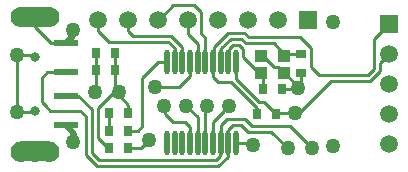
<source format=gtl>
%FSLAX24Y24*%
%MOIN*%
G70*
G01*
G75*
G04 Layer_Physical_Order=1*
G04 Layer_Color=255*
%ADD10R,0.0280X0.0360*%
%ADD11R,0.0360X0.0280*%
%ADD12R,0.0400X0.0400*%
%ADD13O,0.0177X0.0827*%
%ADD14R,0.0827X0.0197*%
%ADD15C,0.0100*%
%ADD16C,0.0200*%
%ADD17C,0.0591*%
%ADD18R,0.0591X0.0591*%
%ADD19R,0.0591X0.0591*%
%ADD20C,0.0315*%
%ADD21O,0.1575X0.0650*%
%ADD22C,0.0700*%
%ADD23C,0.0500*%
D10*
X25069Y29252D02*
D03*
X25709D02*
D03*
X25714Y28661D02*
D03*
X25074D02*
D03*
X25709Y28071D02*
D03*
X25069D02*
D03*
X30635Y29213D02*
D03*
X29995D02*
D03*
X30197Y30044D02*
D03*
X30837D02*
D03*
X24636Y30669D02*
D03*
X25276D02*
D03*
X24636Y31260D02*
D03*
X25276D02*
D03*
D11*
X31462Y31230D02*
D03*
Y30590D02*
D03*
D12*
X30122Y30586D02*
D03*
X30902D02*
D03*
X30122Y31146D02*
D03*
X30902D02*
D03*
D13*
X26998Y28248D02*
D03*
X27254D02*
D03*
X27510D02*
D03*
X27766D02*
D03*
X28022D02*
D03*
X28278D02*
D03*
X28533D02*
D03*
X28789D02*
D03*
X29045D02*
D03*
X29301D02*
D03*
X26998Y30965D02*
D03*
X27254D02*
D03*
X27510D02*
D03*
X27766D02*
D03*
X28022D02*
D03*
X28278D02*
D03*
X28533D02*
D03*
X28789D02*
D03*
X29045D02*
D03*
X29301D02*
D03*
D14*
X23622Y28839D02*
D03*
Y29823D02*
D03*
Y30610D02*
D03*
Y31594D02*
D03*
D15*
X22520Y31181D02*
X22598Y31102D01*
X22008Y31181D02*
X22520D01*
X28533Y30443D02*
Y30965D01*
Y30443D02*
X28701Y30276D01*
X29134D01*
X29995Y29414D01*
Y29213D02*
Y29414D01*
X30596Y29252D02*
X31260D01*
X30241Y29606D02*
X30596Y29252D01*
X30079Y29606D02*
X30241D01*
X31102Y28819D02*
X31850Y28071D01*
X29843Y28819D02*
X31102D01*
X29606Y29055D02*
X29843Y28819D01*
X29016Y29055D02*
X29606D01*
X28807Y28846D02*
X29016Y29055D01*
X29045Y28248D02*
Y28691D01*
X29209Y28855D01*
X29452D01*
X29685Y28622D01*
X30472D01*
X31024Y28071D01*
X25714Y28661D02*
X26024D01*
X26181Y28819D01*
Y30433D01*
X26713Y30965D01*
X26998D01*
X25335Y29902D02*
X25394Y29961D01*
X25335Y29902D02*
X25709Y29528D01*
X25276Y29991D02*
Y30669D01*
X24685Y29401D02*
X25276Y29991D01*
X28268Y29331D02*
X28425Y29488D01*
X28268Y28258D02*
Y29331D01*
X27717Y29409D02*
Y29606D01*
Y29409D02*
X28022Y29104D01*
X26929Y29370D02*
X27008Y29449D01*
X26929Y29213D02*
Y29370D01*
Y29213D02*
X27205Y28937D01*
X28533Y28967D02*
X28898Y29331D01*
Y29482D01*
X28533Y28248D02*
Y28967D01*
X30087Y30630D02*
X30157Y30560D01*
X30096D02*
X30157D01*
X29540Y31116D02*
X30096Y30560D01*
X30157D02*
X30197Y30521D01*
X28268Y28258D02*
X28278Y28248D01*
X31260Y29252D02*
X31404D01*
X26142Y28071D02*
X26417Y28346D01*
X31404Y29252D02*
X32464Y30312D01*
X29301Y30384D02*
X30079Y29606D01*
X29301Y30384D02*
Y30965D01*
X30867Y30630D02*
X31454Y30044D01*
X31462D02*
Y30590D01*
X30837Y30044D02*
X31454D01*
X30692Y30796D02*
X30858Y30630D01*
X30902Y30586D01*
X30858Y30630D02*
X30867D01*
X30552Y30796D02*
X30692D01*
X30202Y31146D02*
X30552Y30796D01*
X30122Y31146D02*
X30202D01*
X27913Y32835D02*
X28138Y32610D01*
X27205Y32835D02*
X27913D01*
X26693Y32323D02*
X27205Y32835D01*
X28138Y31901D02*
Y32610D01*
X28533Y30965D02*
X28551Y30982D01*
Y31442D01*
X29037Y31928D01*
X29566D01*
X29719Y31775D01*
X31449D01*
X25863Y31814D02*
X27130D01*
X28807Y31415D02*
X29120Y31728D01*
X29540Y31116D02*
Y31388D01*
X29063Y30982D02*
Y31388D01*
X29483Y31728D02*
X29636Y31575D01*
X29120Y31728D02*
X29483D01*
X29400Y31528D02*
X29540Y31388D01*
X29202Y31528D02*
X29400D01*
X29063Y31388D02*
X29202Y31528D01*
X31449Y31775D02*
X31811Y31413D01*
X30563Y31575D02*
X30907Y31230D01*
X29636Y31575D02*
X30563D01*
X30035Y30630D02*
X30087D01*
X31811Y30774D02*
Y31413D01*
Y30774D02*
X32073Y30512D01*
X33695D01*
X28789Y30965D02*
X28807Y30982D01*
Y31415D01*
X29045Y30965D02*
X29063Y30982D01*
X25709Y29252D02*
Y29528D01*
X24685Y28419D02*
X25033Y28071D01*
X25069D01*
X24094Y29331D02*
X24285Y29140D01*
Y28254D02*
Y29140D01*
Y28254D02*
X24288Y28251D01*
Y27845D02*
Y28251D01*
X24035Y29823D02*
X24485Y29373D01*
Y28337D02*
Y29373D01*
Y28337D02*
X24488Y28333D01*
Y27927D02*
Y28333D01*
X24685Y28419D02*
Y29401D01*
X25276Y30669D02*
Y31260D01*
X24606Y29961D02*
X24636Y29990D01*
Y30669D01*
X23858Y31831D02*
Y32008D01*
X22559Y29291D02*
X22598Y29331D01*
X22008Y29291D02*
X22559D01*
X22598Y32126D02*
Y32461D01*
Y32126D02*
X23130Y31594D01*
X23622D01*
X22008Y29291D02*
Y31181D01*
X24636Y30669D02*
Y31260D01*
X22965Y29476D02*
X23110Y29331D01*
X22965Y29476D02*
Y29483D01*
X22835Y29613D02*
X22965Y29483D01*
X22835Y29613D02*
Y30433D01*
X23110Y29331D02*
X24094D01*
X23622Y29823D02*
X24035D01*
X23012Y30610D02*
X23622D01*
X22835Y30433D02*
X23012Y30610D01*
X24288Y27845D02*
X24662Y27471D01*
X28701D01*
X29028Y27797D01*
Y28231D01*
X29045Y28248D01*
X24488Y27927D02*
X24745Y27671D01*
X28619D01*
X28772Y27824D01*
Y28231D01*
X28789Y28248D01*
X26614Y30118D02*
X27402D01*
X27766Y30482D01*
Y30965D01*
X27205Y28937D02*
X27598D01*
X27766Y28770D01*
Y28248D02*
Y28770D01*
X28138Y31901D02*
X28278Y31762D01*
Y30965D02*
Y31762D01*
X27693Y31874D02*
Y32323D01*
Y31874D02*
X28022Y31545D01*
Y30965D02*
Y31545D01*
X25693Y31984D02*
Y32323D01*
Y31984D02*
X25863Y31814D01*
X27130D02*
X27493Y31452D01*
Y30982D02*
Y31452D01*
Y30982D02*
X27510Y30965D01*
X24693Y32000D02*
Y32323D01*
Y32000D02*
X25079Y31614D01*
X27047D01*
X27254Y31407D01*
Y30965D02*
Y31407D01*
X27237Y30982D02*
X27254Y30965D01*
X25069Y28661D02*
Y29252D01*
X25709Y28071D02*
X26142D01*
X27638Y29685D02*
X27717Y29606D01*
X28022Y28248D02*
Y29104D01*
X29301Y28248D02*
X29626D01*
X28807Y28265D02*
Y28846D01*
X28789Y28248D02*
X28807Y28265D01*
X32464Y30312D02*
X33777D01*
X34107Y30641D01*
Y30902D01*
X34409Y31205D01*
X33695Y30512D02*
X33907Y30724D01*
Y31702D01*
X34409Y32205D01*
X30867Y31190D02*
X30907Y31230D01*
X31462D01*
X30197Y30044D02*
Y30521D01*
X31454Y30044D02*
X31462D01*
D16*
X23858Y28268D02*
X23898Y28307D01*
Y28563D01*
X23622Y28839D02*
X23898Y28563D01*
X23622Y31594D02*
X23858Y31831D01*
D17*
X34409Y28205D02*
D03*
Y29205D02*
D03*
Y30205D02*
D03*
Y31205D02*
D03*
X30693Y32362D02*
D03*
X29693D02*
D03*
X28693D02*
D03*
X27693D02*
D03*
X26693D02*
D03*
X25693D02*
D03*
X24693D02*
D03*
D18*
X34409Y32205D02*
D03*
D19*
X31693Y32362D02*
D03*
D20*
X22598Y29331D02*
D03*
Y31102D02*
D03*
D21*
Y27972D02*
D03*
Y32461D02*
D03*
D22*
X23071Y32461D02*
D03*
X22126D02*
D03*
X22598Y32461D02*
D03*
Y27953D02*
D03*
X22126Y27953D02*
D03*
X23071D02*
D03*
D23*
X25394Y29961D02*
D03*
X28346Y29488D02*
D03*
X31260Y29252D02*
D03*
X26417Y28346D02*
D03*
X24606Y29961D02*
D03*
X23858Y28268D02*
D03*
X23858Y32008D02*
D03*
X22008Y29291D02*
D03*
Y31181D02*
D03*
X26614Y30118D02*
D03*
X29055Y29488D02*
D03*
X26890D02*
D03*
X27638D02*
D03*
X29882Y28189D02*
D03*
X31024Y28071D02*
D03*
X31850D02*
D03*
X31378Y30079D02*
D03*
X32539Y32283D02*
D03*
Y28150D02*
D03*
M02*

</source>
